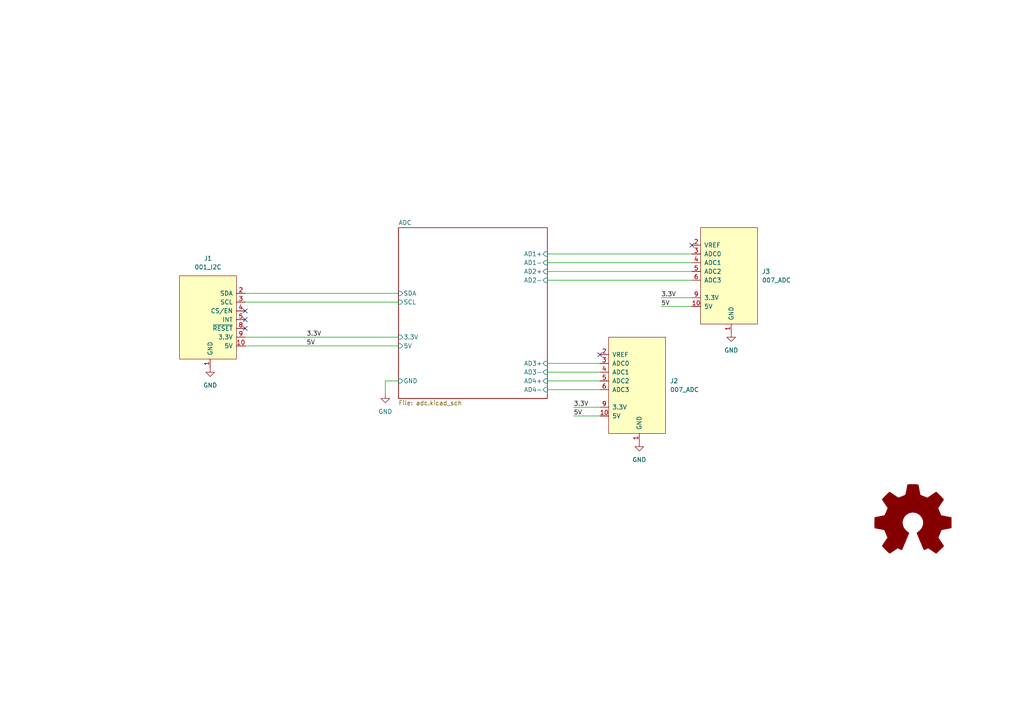
<source format=kicad_sch>
(kicad_sch (version 20211123) (generator eeschema)

  (uuid 29256b3d-9450-4c0a-a4d4-911f04b9c140)

  (paper "A4")

  (lib_symbols
    (symbol "Graphic:Logo_Open_Hardware_Large" (pin_names (offset 1.016)) (in_bom yes) (on_board yes)
      (property "Reference" "#LOGO" (id 0) (at 0 12.7 0)
        (effects (font (size 1.27 1.27)) hide)
      )
      (property "Value" "Logo_Open_Hardware_Large" (id 1) (at 0 -10.16 0)
        (effects (font (size 1.27 1.27)) hide)
      )
      (property "Footprint" "" (id 2) (at 0 0 0)
        (effects (font (size 1.27 1.27)) hide)
      )
      (property "Datasheet" "~" (id 3) (at 0 0 0)
        (effects (font (size 1.27 1.27)) hide)
      )
      (property "ki_keywords" "Logo" (id 4) (at 0 0 0)
        (effects (font (size 1.27 1.27)) hide)
      )
      (property "ki_description" "Open Hardware logo, large" (id 5) (at 0 0 0)
        (effects (font (size 1.27 1.27)) hide)
      )
      (symbol "Logo_Open_Hardware_Large_1_1"
        (polyline
          (pts
            (xy 6.731 -8.7122)
            (xy 6.6294 -8.6614)
            (xy 6.35 -8.4836)
            (xy 5.9944 -8.255)
            (xy 5.5372 -7.9502)
            (xy 5.1054 -7.6454)
            (xy 4.7498 -7.4168)
            (xy 4.4958 -7.239)
            (xy 4.3942 -7.1882)
            (xy 4.318 -7.2136)
            (xy 4.1148 -7.3152)
            (xy 3.81 -7.4676)
            (xy 3.6322 -7.5692)
            (xy 3.3528 -7.6708)
            (xy 3.2258 -7.6962)
            (xy 3.2004 -7.6708)
            (xy 3.0988 -7.4676)
            (xy 2.9464 -7.0866)
            (xy 2.7178 -6.604)
            (xy 2.4892 -6.0452)
            (xy 2.2352 -5.4356)
            (xy 1.9558 -4.826)
            (xy 1.7272 -4.2164)
            (xy 1.4986 -3.683)
            (xy 1.3208 -3.2512)
            (xy 1.2192 -2.9464)
            (xy 1.1684 -2.8194)
            (xy 1.1938 -2.794)
            (xy 1.3208 -2.667)
            (xy 1.5748 -2.4892)
            (xy 2.0828 -2.0574)
            (xy 2.6162 -1.397)
            (xy 2.921 -0.6604)
            (xy 3.048 0.1524)
            (xy 2.9464 0.9144)
            (xy 2.6416 1.6256)
            (xy 2.1336 2.286)
            (xy 1.524 2.7686)
            (xy 0.8128 3.0734)
            (xy 0 3.175)
            (xy -0.762 3.0988)
            (xy -1.4986 2.794)
            (xy -2.159 2.286)
            (xy -2.4384 1.9812)
            (xy -2.8194 1.3208)
            (xy -3.048 0.6096)
            (xy -3.0734 0.4318)
            (xy -3.0226 -0.3556)
            (xy -2.794 -1.0922)
            (xy -2.3876 -1.7526)
            (xy -1.8288 -2.3114)
            (xy -1.7526 -2.3622)
            (xy -1.4732 -2.5654)
            (xy -1.2954 -2.6924)
            (xy -1.1684 -2.8194)
            (xy -2.159 -5.207)
            (xy -2.3114 -5.588)
            (xy -2.5908 -6.2484)
            (xy -2.8194 -6.8072)
            (xy -3.0226 -7.2644)
            (xy -3.1496 -7.5692)
            (xy -3.2258 -7.6708)
            (xy -3.2258 -7.6962)
            (xy -3.302 -7.6962)
            (xy -3.4798 -7.6454)
            (xy -3.8354 -7.4676)
            (xy -4.0386 -7.366)
            (xy -4.2926 -7.239)
            (xy -4.4196 -7.1882)
            (xy -4.5212 -7.239)
            (xy -4.7498 -7.3914)
            (xy -5.1054 -7.6454)
            (xy -5.5372 -7.9248)
            (xy -5.9436 -8.2042)
            (xy -6.3246 -8.4582)
            (xy -6.604 -8.636)
            (xy -6.731 -8.7122)
            (xy -6.7564 -8.7122)
            (xy -6.858 -8.636)
            (xy -7.0866 -8.4582)
            (xy -7.4168 -8.1534)
            (xy -7.874 -7.6962)
            (xy -7.9502 -7.62)
            (xy -8.3312 -7.239)
            (xy -8.636 -6.9088)
            (xy -8.8392 -6.6802)
            (xy -8.9154 -6.5786)
            (xy -8.9154 -6.5786)
            (xy -8.8392 -6.4516)
            (xy -8.6614 -6.1722)
            (xy -8.4328 -5.7912)
            (xy -8.128 -5.3594)
            (xy -7.3152 -4.191)
            (xy -7.7724 -3.0988)
            (xy -7.8994 -2.7686)
            (xy -8.0772 -2.3622)
            (xy -8.2042 -2.0828)
            (xy -8.255 -1.9558)
            (xy -8.382 -1.905)
            (xy -8.6614 -1.8542)
            (xy -9.0932 -1.7526)
            (xy -9.6266 -1.651)
            (xy -10.1092 -1.5748)
            (xy -10.541 -1.4732)
            (xy -10.8712 -1.4224)
            (xy -11.0236 -1.397)
            (xy -11.049 -1.3716)
            (xy -11.0744 -1.2954)
            (xy -11.0998 -1.143)
            (xy -11.0998 -0.889)
            (xy -11.1252 -0.4572)
            (xy -11.1252 0.1524)
            (xy -11.1252 0.2286)
            (xy -11.0998 0.8128)
            (xy -11.0998 1.27)
            (xy -11.0744 1.5494)
            (xy -11.0744 1.6764)
            (xy -11.0744 1.6764)
            (xy -10.922 1.7018)
            (xy -10.6172 1.778)
            (xy -10.16 1.8542)
            (xy -9.652 1.9558)
            (xy -9.6012 1.9812)
            (xy -9.0932 2.0828)
            (xy -8.636 2.159)
            (xy -8.3312 2.2352)
            (xy -8.2042 2.286)
            (xy -8.1788 2.3114)
            (xy -8.0772 2.5146)
            (xy -7.9248 2.8448)
            (xy -7.747 3.2512)
            (xy -7.5692 3.6576)
            (xy -7.4168 4.0386)
            (xy -7.3152 4.318)
            (xy -7.2898 4.445)
            (xy -7.2898 4.445)
            (xy -7.366 4.572)
            (xy -7.5438 4.826)
            (xy -7.7978 5.207)
            (xy -8.128 5.6642)
            (xy -8.128 5.6896)
            (xy -8.4328 6.1468)
            (xy -8.6868 6.5278)
            (xy -8.8392 6.7818)
            (xy -8.9154 6.9088)
            (xy -8.9154 6.9088)
            (xy -8.8138 7.0358)
            (xy -8.5852 7.2898)
            (xy -8.255 7.6454)
            (xy -7.874 8.0264)
            (xy -7.747 8.1534)
            (xy -7.3152 8.5852)
            (xy -7.0104 8.8646)
            (xy -6.8326 8.9916)
            (xy -6.731 9.0424)
            (xy -6.731 9.0424)
            (xy -6.604 8.9408)
            (xy -6.3246 8.763)
            (xy -5.9436 8.509)
            (xy -5.4864 8.2042)
            (xy -5.461 8.1788)
            (xy -5.0038 7.874)
            (xy -4.6482 7.62)
            (xy -4.3688 7.4422)
            (xy -4.2672 7.3914)
            (xy -4.2418 7.3914)
            (xy -4.064 7.4422)
            (xy -3.7338 7.5438)
            (xy -3.3528 7.6962)
            (xy -2.9464 7.874)
            (xy -2.5654 8.0264)
            (xy -2.286 8.1534)
            (xy -2.159 8.2296)
            (xy -2.159 8.2296)
            (xy -2.1082 8.382)
            (xy -2.032 8.7122)
            (xy -1.9304 9.1694)
            (xy -1.8288 9.7282)
            (xy -1.8034 9.8044)
            (xy -1.7018 10.3378)
            (xy -1.6256 10.7696)
            (xy -1.5748 11.0744)
            (xy -1.524 11.2014)
            (xy -1.4478 11.2268)
            (xy -1.1938 11.2522)
            (xy -0.8128 11.2522)
            (xy -0.3302 11.2522)
            (xy 0.1524 11.2522)
            (xy 0.6604 11.2522)
            (xy 1.0668 11.2268)
            (xy 1.3716 11.2014)
            (xy 1.4986 11.176)
            (xy 1.4986 11.176)
            (xy 1.5494 11.0236)
            (xy 1.6256 10.6934)
            (xy 1.7018 10.2108)
            (xy 1.8288 9.6774)
            (xy 1.8288 9.5758)
            (xy 1.9304 9.0424)
            (xy 2.032 8.6106)
            (xy 2.0828 8.3058)
            (xy 2.1336 8.2042)
            (xy 2.159 8.1788)
            (xy 2.3876 8.0772)
            (xy 2.7432 7.9248)
            (xy 3.175 7.747)
            (xy 4.191 7.3406)
            (xy 5.461 8.2042)
            (xy 5.5626 8.2804)
            (xy 6.0198 8.5852)
            (xy 6.3754 8.8392)
            (xy 6.6294 8.9916)
            (xy 6.7564 9.0424)
            (xy 6.7564 9.0424)
            (xy 6.8834 8.9408)
            (xy 7.1374 8.7122)
            (xy 7.4676 8.382)
            (xy 7.8486 7.9756)
            (xy 8.1534 7.6962)
            (xy 8.4836 7.3406)
            (xy 8.7122 7.112)
            (xy 8.8392 6.9596)
            (xy 8.8646 6.858)
            (xy 8.8646 6.8072)
            (xy 8.7884 6.6802)
            (xy 8.6106 6.4008)
            (xy 8.3312 6.0198)
            (xy 8.0264 5.588)
            (xy 7.7978 5.207)
            (xy 7.5184 4.8006)
            (xy 7.3406 4.4958)
            (xy 7.2898 4.3434)
            (xy 7.2898 4.2926)
            (xy 7.3914 4.0386)
            (xy 7.5184 3.683)
            (xy 7.7216 3.2258)
            (xy 8.1534 2.2352)
            (xy 8.7884 2.1082)
            (xy 9.1948 2.0574)
            (xy 9.7536 1.9304)
            (xy 10.2616 1.8288)
            (xy 11.0998 1.6764)
            (xy 11.1252 -1.3208)
            (xy 10.9982 -1.3716)
            (xy 10.8712 -1.397)
            (xy 10.5664 -1.4732)
            (xy 10.1346 -1.5494)
            (xy 9.6266 -1.651)
            (xy 9.1948 -1.7272)
            (xy 8.7376 -1.8288)
            (xy 8.4328 -1.8796)
            (xy 8.2804 -1.905)
            (xy 8.255 -1.9558)
            (xy 8.1534 -2.159)
            (xy 7.9756 -2.5146)
            (xy 7.8232 -2.921)
            (xy 7.6454 -3.3274)
            (xy 7.493 -3.7338)
            (xy 7.366 -4.0132)
            (xy 7.3406 -4.191)
            (xy 7.3914 -4.2926)
            (xy 7.5692 -4.5466)
            (xy 7.7978 -4.9276)
            (xy 8.1026 -5.3594)
            (xy 8.4074 -5.7912)
            (xy 8.6614 -6.1722)
            (xy 8.8138 -6.4262)
            (xy 8.89 -6.5532)
            (xy 8.8646 -6.6548)
            (xy 8.6868 -6.858)
            (xy 8.3566 -7.1882)
            (xy 7.874 -7.6708)
            (xy 7.7978 -7.747)
            (xy 7.3914 -8.128)
            (xy 7.0612 -8.4328)
            (xy 6.8326 -8.636)
            (xy 6.731 -8.7122)
          )
          (stroke (width 0) (type default) (color 0 0 0 0))
          (fill (type outline))
        )
      )
    )
    (symbol "power:GND" (power) (pin_names (offset 0)) (in_bom yes) (on_board yes)
      (property "Reference" "#PWR" (id 0) (at 0 -6.35 0)
        (effects (font (size 1.27 1.27)) hide)
      )
      (property "Value" "GND" (id 1) (at 0 -3.81 0)
        (effects (font (size 1.27 1.27)))
      )
      (property "Footprint" "" (id 2) (at 0 0 0)
        (effects (font (size 1.27 1.27)) hide)
      )
      (property "Datasheet" "" (id 3) (at 0 0 0)
        (effects (font (size 1.27 1.27)) hide)
      )
      (property "ki_keywords" "power-flag" (id 4) (at 0 0 0)
        (effects (font (size 1.27 1.27)) hide)
      )
      (property "ki_description" "Power symbol creates a global label with name \"GND\" , ground" (id 5) (at 0 0 0)
        (effects (font (size 1.27 1.27)) hide)
      )
      (symbol "GND_0_1"
        (polyline
          (pts
            (xy 0 0)
            (xy 0 -1.27)
            (xy 1.27 -1.27)
            (xy 0 -2.54)
            (xy -1.27 -1.27)
            (xy 0 -1.27)
          )
          (stroke (width 0) (type default) (color 0 0 0 0))
          (fill (type none))
        )
      )
      (symbol "GND_1_1"
        (pin power_in line (at 0 0 270) (length 0) hide
          (name "GND" (effects (font (size 1.27 1.27))))
          (number "1" (effects (font (size 1.27 1.27))))
        )
      )
    )
    (symbol "put_on_edge:001_I2C" (pin_names (offset 1.016)) (in_bom yes) (on_board yes)
      (property "Reference" "J" (id 0) (at -2.54 13.97 0)
        (effects (font (size 1.27 1.27)))
      )
      (property "Value" "001_I2C" (id 1) (at 8.89 13.97 0)
        (effects (font (size 1.27 1.27)))
      )
      (property "Footprint" "" (id 2) (at 7.62 16.51 0)
        (effects (font (size 1.27 1.27)) hide)
      )
      (property "Datasheet" "" (id 3) (at 7.62 16.51 0)
        (effects (font (size 1.27 1.27)) hide)
      )
      (symbol "001_I2C_0_1"
        (rectangle (start -8.89 12.7) (end 7.62 -11.43)
          (stroke (width 0) (type default) (color 0 0 0 0))
          (fill (type background))
        )
      )
      (symbol "001_I2C_1_1"
        (pin power_in line (at -1.27 -13.97 90) (length 2.54)
          (name "GND" (effects (font (size 1.27 1.27))))
          (number "1" (effects (font (size 1.27 1.27))))
        )
        (pin power_in line (at -11.43 -7.62 0) (length 2.54)
          (name "5V" (effects (font (size 1.27 1.27))))
          (number "10" (effects (font (size 1.27 1.27))))
        )
        (pin bidirectional line (at -11.43 7.62 0) (length 2.54)
          (name "SDA" (effects (font (size 1.27 1.27))))
          (number "2" (effects (font (size 1.27 1.27))))
        )
        (pin bidirectional line (at -11.43 5.08 0) (length 2.54)
          (name "SCL" (effects (font (size 1.27 1.27))))
          (number "3" (effects (font (size 1.27 1.27))))
        )
        (pin bidirectional line (at -11.43 2.54 0) (length 2.54)
          (name "CS/EN" (effects (font (size 1.27 1.27))))
          (number "4" (effects (font (size 1.27 1.27))))
        )
        (pin bidirectional line (at -11.43 0 0) (length 2.54)
          (name "INT" (effects (font (size 1.27 1.27))))
          (number "5" (effects (font (size 1.27 1.27))))
        )
        (pin bidirectional line (at -11.43 -2.54 0) (length 2.54)
          (name "~{RESET}" (effects (font (size 1.27 1.27))))
          (number "8" (effects (font (size 1.27 1.27))))
        )
        (pin power_in line (at -11.43 -5.08 0) (length 2.54)
          (name "3.3V" (effects (font (size 1.27 1.27))))
          (number "9" (effects (font (size 1.27 1.27))))
        )
      )
    )
    (symbol "put_on_edge:007_ADC" (pin_names (offset 1.016)) (in_bom yes) (on_board yes)
      (property "Reference" "J" (id 0) (at -2.54 13.97 0)
        (effects (font (size 1.27 1.27)))
      )
      (property "Value" "007_ADC" (id 1) (at 8.89 13.97 0)
        (effects (font (size 1.27 1.27)))
      )
      (property "Footprint" "" (id 2) (at 7.62 16.51 0)
        (effects (font (size 1.27 1.27)) hide)
      )
      (property "Datasheet" "" (id 3) (at 7.62 16.51 0)
        (effects (font (size 1.27 1.27)) hide)
      )
      (symbol "007_ADC_0_1"
        (rectangle (start -8.89 12.7) (end 7.62 -15.24)
          (stroke (width 0) (type default) (color 0 0 0 0))
          (fill (type background))
        )
      )
      (symbol "007_ADC_1_1"
        (pin power_in line (at 0 -17.78 90) (length 2.54)
          (name "GND" (effects (font (size 1.27 1.27))))
          (number "1" (effects (font (size 1.27 1.27))))
        )
        (pin bidirectional line (at -11.43 -10.16 0) (length 2.54)
          (name "5V" (effects (font (size 1.27 1.27))))
          (number "10" (effects (font (size 1.27 1.27))))
        )
        (pin bidirectional line (at -11.43 7.62 0) (length 2.54)
          (name "VREF" (effects (font (size 1.27 1.27))))
          (number "2" (effects (font (size 1.27 1.27))))
        )
        (pin power_in line (at -11.43 5.08 0) (length 2.54)
          (name "ADC0" (effects (font (size 1.27 1.27))))
          (number "3" (effects (font (size 1.27 1.27))))
        )
        (pin bidirectional line (at -11.43 2.54 0) (length 2.54)
          (name "ADC1" (effects (font (size 1.27 1.27))))
          (number "4" (effects (font (size 1.27 1.27))))
        )
        (pin bidirectional line (at -11.43 0 0) (length 2.54)
          (name "ADC2" (effects (font (size 1.27 1.27))))
          (number "5" (effects (font (size 1.27 1.27))))
        )
        (pin bidirectional line (at -11.43 -2.54 0) (length 2.54)
          (name "ADC3" (effects (font (size 1.27 1.27))))
          (number "6" (effects (font (size 1.27 1.27))))
        )
        (pin bidirectional line (at -11.43 -7.62 0) (length 2.54)
          (name "3.3V" (effects (font (size 1.27 1.27))))
          (number "9" (effects (font (size 1.27 1.27))))
        )
      )
    )
  )


  (no_connect (at 200.66 71.12) (uuid 094313da-aa8f-4487-b40c-7729849f8a14))
  (no_connect (at 71.12 92.71) (uuid 279bfd46-5d22-4d47-b3be-2961e3d53603))
  (no_connect (at 71.12 90.17) (uuid 55413a77-8b82-42a6-bb75-3c617ba4c376))
  (no_connect (at 71.12 95.25) (uuid 9c3a3334-6ec0-44ff-9c0d-d6a65e04ab7e))
  (no_connect (at 173.99 102.87) (uuid f482b973-30dc-4603-8e51-3dffc486b44c))

  (wire (pts (xy 71.12 87.63) (xy 115.57 87.63))
    (stroke (width 0) (type default) (color 0 0 0 0))
    (uuid 03d5a1ab-0c6b-4c80-a24b-6716d6849030)
  )
  (wire (pts (xy 71.12 85.09) (xy 115.57 85.09))
    (stroke (width 0) (type default) (color 0 0 0 0))
    (uuid 08ebb44e-a2a8-4f47-9501-08bdcc738e2a)
  )
  (wire (pts (xy 158.75 76.2) (xy 200.66 76.2))
    (stroke (width 0) (type default) (color 0 0 0 0))
    (uuid 0a9d2a8b-9da0-4656-832f-71744b12d8b1)
  )
  (wire (pts (xy 111.76 110.49) (xy 115.57 110.49))
    (stroke (width 0) (type default) (color 0 0 0 0))
    (uuid 18b95a17-9363-42df-b018-2efb7cce5c40)
  )
  (wire (pts (xy 111.76 114.3) (xy 111.76 110.49))
    (stroke (width 0) (type default) (color 0 0 0 0))
    (uuid 2442a14a-b572-4c06-81cb-d81f6834a1ac)
  )
  (wire (pts (xy 158.75 78.74) (xy 200.66 78.74))
    (stroke (width 0) (type default) (color 0 0 0 0))
    (uuid 4f0a86ce-8c00-4ebf-b727-db72e69e9f4b)
  )
  (wire (pts (xy 158.75 81.28) (xy 200.66 81.28))
    (stroke (width 0) (type default) (color 0 0 0 0))
    (uuid 5b1b6977-2e73-471a-9413-c1b992baa5bd)
  )
  (wire (pts (xy 71.12 97.79) (xy 115.57 97.79))
    (stroke (width 0) (type default) (color 0 0 0 0))
    (uuid 6b49047d-721a-4c9d-b338-11666ed868dd)
  )
  (wire (pts (xy 191.77 86.36) (xy 200.66 86.36))
    (stroke (width 0) (type default) (color 0 0 0 0))
    (uuid 769ef014-c0df-4fc0-9f9b-74c6ad95c014)
  )
  (wire (pts (xy 158.75 73.66) (xy 200.66 73.66))
    (stroke (width 0) (type default) (color 0 0 0 0))
    (uuid 7ab4bc7a-efb1-4020-b2b2-7143d8fa50e9)
  )
  (wire (pts (xy 191.77 88.9) (xy 200.66 88.9))
    (stroke (width 0) (type default) (color 0 0 0 0))
    (uuid 81d71936-0063-4a1b-b72d-ff0256949488)
  )
  (wire (pts (xy 158.75 113.03) (xy 173.99 113.03))
    (stroke (width 0) (type default) (color 0 0 0 0))
    (uuid 887678da-7462-4c1e-b931-14646af6d10d)
  )
  (wire (pts (xy 166.37 120.65) (xy 173.99 120.65))
    (stroke (width 0) (type default) (color 0 0 0 0))
    (uuid b2fee20b-feef-4dd7-94f2-bf7e47380dba)
  )
  (wire (pts (xy 166.37 118.11) (xy 173.99 118.11))
    (stroke (width 0) (type default) (color 0 0 0 0))
    (uuid d81ab6ea-8c3b-4125-a187-d61e6ebd5747)
  )
  (wire (pts (xy 158.75 110.49) (xy 173.99 110.49))
    (stroke (width 0) (type default) (color 0 0 0 0))
    (uuid ea20fbde-1077-4fb4-bcc3-c388eb8747f8)
  )
  (wire (pts (xy 158.75 107.95) (xy 173.99 107.95))
    (stroke (width 0) (type default) (color 0 0 0 0))
    (uuid fa9823fa-a515-4998-aa0d-8b89b09a39c5)
  )
  (wire (pts (xy 158.75 105.41) (xy 173.99 105.41))
    (stroke (width 0) (type default) (color 0 0 0 0))
    (uuid fb7a0727-1084-4533-a0c6-120a5aa521ce)
  )
  (wire (pts (xy 71.12 100.33) (xy 115.57 100.33))
    (stroke (width 0) (type default) (color 0 0 0 0))
    (uuid ff79dab9-b01e-4ad7-b15c-36b40e0fd1d6)
  )

  (label "3.3V" (at 166.37 118.11 0)
    (effects (font (size 1.27 1.27)) (justify left bottom))
    (uuid 10591f02-6fd1-4a7e-93d7-d27945dd6089)
  )
  (label "3.3V" (at 88.9 97.79 0)
    (effects (font (size 1.27 1.27)) (justify left bottom))
    (uuid 1f553a7e-60df-4c15-98fb-919dbdd22556)
  )
  (label "5V" (at 88.9 100.33 0)
    (effects (font (size 1.27 1.27)) (justify left bottom))
    (uuid 4686cfa3-de45-4481-910e-3775b1611350)
  )
  (label "5V" (at 166.37 120.65 0)
    (effects (font (size 1.27 1.27)) (justify left bottom))
    (uuid 50a42dc6-a155-45b3-9b5d-bf57dddb0050)
  )
  (label "5V" (at 191.77 88.9 0)
    (effects (font (size 1.27 1.27)) (justify left bottom))
    (uuid 947c731f-2ffa-42b5-9e82-f0272392fc94)
  )
  (label "3.3V" (at 191.77 86.36 0)
    (effects (font (size 1.27 1.27)) (justify left bottom))
    (uuid 96c93e19-7daf-412e-a12b-623f9d6e1806)
  )

  (symbol (lib_id "Graphic:Logo_Open_Hardware_Large") (at 264.795 151.765 0) (unit 1)
    (in_bom yes) (on_board yes)
    (uuid 00000000-0000-0000-0000-000060bd71e9)
    (property "Reference" "l1" (id 0) (at 264.795 139.065 0)
      (effects (font (size 1.27 1.27)) hide)
    )
    (property "Value" "Logo_Open_Hardware_Larg" (id 1) (at 264.795 161.925 0)
      (effects (font (size 1.27 1.27)) hide)
    )
    (property "Footprint" "Symbol:OSHW-Logo2_7.3x6mm_SilkScreen" (id 2) (at 264.795 151.765 0)
      (effects (font (size 1.27 1.27)) hide)
    )
    (property "Datasheet" "~" (id 3) (at 264.795 151.765 0)
      (effects (font (size 1.27 1.27)) hide)
    )
  )

  (symbol (lib_id "put_on_edge:001_I2C") (at 59.69 92.71 0) (mirror y) (unit 1)
    (in_bom yes) (on_board yes) (fields_autoplaced)
    (uuid 1a87621e-0575-4cf6-9588-d7658bbe3aa9)
    (property "Reference" "J1" (id 0) (at 60.325 74.93 0))
    (property "Value" "001_I2C" (id 1) (at 60.325 77.47 0))
    (property "Footprint" "on_edge:on_edge_2x05_device" (id 2) (at 52.07 76.2 0)
      (effects (font (size 1.27 1.27)) hide)
    )
    (property "Datasheet" "" (id 3) (at 52.07 76.2 0)
      (effects (font (size 1.27 1.27)) hide)
    )
    (pin "1" (uuid b095322e-8881-4f18-90b5-c43ac6f00ec4))
    (pin "10" (uuid 0acc9c8d-3dea-4b14-a1b3-3f6447a817c2))
    (pin "2" (uuid 30b961af-7267-498e-8e93-0373270f8170))
    (pin "3" (uuid f540fe2d-4c96-40a6-94e0-e120ddfb34d7))
    (pin "4" (uuid f1f55c17-6b49-4e02-9cfd-d215c2a5bf65))
    (pin "5" (uuid 3aa6ece9-030b-4fbe-82e0-f616c1b18c54))
    (pin "8" (uuid 2d03344c-564a-483a-930d-f559c4c7552d))
    (pin "9" (uuid 6a4b1276-f648-4d46-9572-3a1c9f49ff38))
  )

  (symbol (lib_id "power:GND") (at 185.42 128.27 0) (unit 1)
    (in_bom yes) (on_board yes) (fields_autoplaced)
    (uuid 5cb2a7be-0918-44de-bd77-1c4f94e2d741)
    (property "Reference" "#PWR0101" (id 0) (at 185.42 134.62 0)
      (effects (font (size 1.27 1.27)) hide)
    )
    (property "Value" "GND" (id 1) (at 185.42 133.35 0))
    (property "Footprint" "" (id 2) (at 185.42 128.27 0)
      (effects (font (size 1.27 1.27)) hide)
    )
    (property "Datasheet" "" (id 3) (at 185.42 128.27 0)
      (effects (font (size 1.27 1.27)) hide)
    )
    (pin "1" (uuid 0b2bea23-c2ac-4b6f-90a2-0bb2931ceac3))
  )

  (symbol (lib_id "power:GND") (at 212.09 96.52 0) (unit 1)
    (in_bom yes) (on_board yes) (fields_autoplaced)
    (uuid 7ee29151-3481-46cb-bb11-634cca2d0072)
    (property "Reference" "#PWR0104" (id 0) (at 212.09 102.87 0)
      (effects (font (size 1.27 1.27)) hide)
    )
    (property "Value" "GND" (id 1) (at 212.09 101.6 0))
    (property "Footprint" "" (id 2) (at 212.09 96.52 0)
      (effects (font (size 1.27 1.27)) hide)
    )
    (property "Datasheet" "" (id 3) (at 212.09 96.52 0)
      (effects (font (size 1.27 1.27)) hide)
    )
    (pin "1" (uuid 1b237b9f-6604-4b88-b88b-9b02ea5e90a8))
  )

  (symbol (lib_id "power:GND") (at 60.96 106.68 0) (unit 1)
    (in_bom yes) (on_board yes) (fields_autoplaced)
    (uuid 8063cd96-e7bc-4ffa-94da-51794da2d2d7)
    (property "Reference" "#PWR0102" (id 0) (at 60.96 113.03 0)
      (effects (font (size 1.27 1.27)) hide)
    )
    (property "Value" "GND" (id 1) (at 60.96 111.76 0))
    (property "Footprint" "" (id 2) (at 60.96 106.68 0)
      (effects (font (size 1.27 1.27)) hide)
    )
    (property "Datasheet" "" (id 3) (at 60.96 106.68 0)
      (effects (font (size 1.27 1.27)) hide)
    )
    (pin "1" (uuid 4f8e3b65-9849-4ff3-b5b6-86f936c7a354))
  )

  (symbol (lib_id "put_on_edge:007_ADC") (at 212.09 78.74 0) (unit 1)
    (in_bom yes) (on_board yes) (fields_autoplaced)
    (uuid b5e5b167-3d99-4f0e-9f36-2ede60d39a91)
    (property "Reference" "J3" (id 0) (at 220.98 78.7399 0)
      (effects (font (size 1.27 1.27)) (justify left))
    )
    (property "Value" "007_ADC" (id 1) (at 220.98 81.2799 0)
      (effects (font (size 1.27 1.27)) (justify left))
    )
    (property "Footprint" "on_edge:on_edge_2x05_host" (id 2) (at 219.71 62.23 0)
      (effects (font (size 1.27 1.27)) hide)
    )
    (property "Datasheet" "" (id 3) (at 219.71 62.23 0)
      (effects (font (size 1.27 1.27)) hide)
    )
    (pin "1" (uuid b99df353-3559-4117-bd59-cd384a0842d4))
    (pin "10" (uuid e0082aeb-0ea7-4f92-8b47-b8fdbda78e30))
    (pin "2" (uuid 7810dd16-a440-4143-bb6d-a5bb20b933e5))
    (pin "3" (uuid 6560d903-6241-400c-812f-95b1893511fb))
    (pin "4" (uuid 13e0411e-6b3e-4cd8-90e6-84a6731b3e0b))
    (pin "5" (uuid 60b4666f-0652-41a9-9b5e-28d1bc9f537c))
    (pin "6" (uuid 5b058a41-674f-49a7-b19c-9da36859069e))
    (pin "9" (uuid 829a1a2c-6cd2-4dad-8bba-91d48a4a5290))
  )

  (symbol (lib_id "put_on_edge:007_ADC") (at 185.42 110.49 0) (unit 1)
    (in_bom yes) (on_board yes) (fields_autoplaced)
    (uuid c99aa52f-7174-457b-b840-d885f32a5f44)
    (property "Reference" "J2" (id 0) (at 194.31 110.4899 0)
      (effects (font (size 1.27 1.27)) (justify left))
    )
    (property "Value" "007_ADC" (id 1) (at 194.31 113.0299 0)
      (effects (font (size 1.27 1.27)) (justify left))
    )
    (property "Footprint" "on_edge:on_edge_2x05_host" (id 2) (at 193.04 93.98 0)
      (effects (font (size 1.27 1.27)) hide)
    )
    (property "Datasheet" "" (id 3) (at 193.04 93.98 0)
      (effects (font (size 1.27 1.27)) hide)
    )
    (pin "1" (uuid c2a25620-e49b-428d-9a50-0bd043378347))
    (pin "10" (uuid 380ae4a1-bf7c-40ff-90c3-5b8d87e96d22))
    (pin "2" (uuid 9ccb1682-7094-4616-914b-d1a07daa4e03))
    (pin "3" (uuid 4303a7b6-ce14-4921-adc9-424d40843ce9))
    (pin "4" (uuid b6b7a3b0-f790-4c8b-a4bd-b2210c2e0d73))
    (pin "5" (uuid ac6cde73-228f-433c-aa93-2cc944d1793b))
    (pin "6" (uuid 4ef9ee7b-d61d-4c5f-a6ee-27ba412b8cbe))
    (pin "9" (uuid 19eb630f-8603-48d0-b2b3-c0f7a18c39ad))
  )

  (symbol (lib_id "power:GND") (at 111.76 114.3 0) (unit 1)
    (in_bom yes) (on_board yes) (fields_autoplaced)
    (uuid d44b9360-be7e-4110-80c9-24fa0d2bb01a)
    (property "Reference" "#PWR0103" (id 0) (at 111.76 120.65 0)
      (effects (font (size 1.27 1.27)) hide)
    )
    (property "Value" "GND" (id 1) (at 111.76 119.38 0))
    (property "Footprint" "" (id 2) (at 111.76 114.3 0)
      (effects (font (size 1.27 1.27)) hide)
    )
    (property "Datasheet" "" (id 3) (at 111.76 114.3 0)
      (effects (font (size 1.27 1.27)) hide)
    )
    (pin "1" (uuid 1073b404-73b2-4798-9344-6466a10cc593))
  )

  (sheet (at 115.57 66.04) (size 43.18 49.53) (fields_autoplaced)
    (stroke (width 0.1524) (type solid) (color 0 0 0 0))
    (fill (color 0 0 0 0.0000))
    (uuid f5353591-704c-4807-a94a-1731cc459740)
    (property "Sheet name" "ADC" (id 0) (at 115.57 65.3284 0)
      (effects (font (size 1.27 1.27)) (justify left bottom))
    )
    (property "Sheet file" "adc.kicad_sch" (id 1) (at 115.57 116.1546 0)
      (effects (font (size 1.27 1.27)) (justify left top))
    )
    (pin "5V" input (at 115.57 100.33 180)
      (effects (font (size 1.27 1.27)) (justify left))
      (uuid 9cb7eedb-25e9-4160-a752-593d5f2c94d3)
    )
    (pin "3.3V" input (at 115.57 97.79 180)
      (effects (font (size 1.27 1.27)) (justify left))
      (uuid b27c2418-3ecd-4c05-aeb9-8bd667bba9b1)
    )
    (pin "AD1+" input (at 158.75 73.66 0)
      (effects (font (size 1.27 1.27)) (justify right))
      (uuid 5ee18d55-4a17-46fb-83e6-8f5853f46f35)
    )
    (pin "AD1-" input (at 158.75 76.2 0)
      (effects (font (size 1.27 1.27)) (justify right))
      (uuid d102ef10-f735-4cc4-95cf-9e5c966ad30b)
    )
    (pin "AD2+" input (at 158.75 78.74 0)
      (effects (font (size 1.27 1.27)) (justify right))
      (uuid ce9afea3-6ee8-4a68-b386-23cbd0b1f7a0)
    )
    (pin "GND" input (at 115.57 110.49 180)
      (effects (font (size 1.27 1.27)) (justify left))
      (uuid 96f88900-5b2f-436a-84e1-19f7a9076c8c)
    )
    (pin "SCL" input (at 115.57 87.63 180)
      (effects (font (size 1.27 1.27)) (justify left))
      (uuid 331551d1-25f4-4dfd-a7f6-3454812b9954)
    )
    (pin "SDA" input (at 115.57 85.09 180)
      (effects (font (size 1.27 1.27)) (justify left))
      (uuid 422e3324-4779-4df9-8632-3032e9041e64)
    )
    (pin "AD2-" input (at 158.75 81.28 0)
      (effects (font (size 1.27 1.27)) (justify right))
      (uuid 7cf272b2-e81f-4213-a965-afcb1067853b)
    )
    (pin "AD3+" input (at 158.75 105.41 0)
      (effects (font (size 1.27 1.27)) (justify right))
      (uuid cff5765f-bf76-40f6-b6db-9a9974e2c865)
    )
    (pin "AD3-" input (at 158.75 107.95 0)
      (effects (font (size 1.27 1.27)) (justify right))
      (uuid bb3f6bfa-b58b-46e2-930a-8423865be8d5)
    )
    (pin "AD4+" input (at 158.75 110.49 0)
      (effects (font (size 1.27 1.27)) (justify right))
      (uuid c093889e-fbb7-4d8d-b471-f612bfe5c20d)
    )
    (pin "AD4-" input (at 158.75 113.03 0)
      (effects (font (size 1.27 1.27)) (justify right))
      (uuid ce20e9eb-e9fd-48f7-80ef-934743ee05be)
    )
  )

  (sheet_instances
    (path "/" (page "1"))
    (path "/f5353591-704c-4807-a94a-1731cc459740" (page "2"))
  )

  (symbol_instances
    (path "/5cb2a7be-0918-44de-bd77-1c4f94e2d741"
      (reference "#PWR0101") (unit 1) (value "GND") (footprint "")
    )
    (path "/8063cd96-e7bc-4ffa-94da-51794da2d2d7"
      (reference "#PWR0102") (unit 1) (value "GND") (footprint "")
    )
    (path "/d44b9360-be7e-4110-80c9-24fa0d2bb01a"
      (reference "#PWR0103") (unit 1) (value "GND") (footprint "")
    )
    (path "/7ee29151-3481-46cb-bb11-634cca2d0072"
      (reference "#PWR0104") (unit 1) (value "GND") (footprint "")
    )
    (path "/f5353591-704c-4807-a94a-1731cc459740/ea200e7e-f40d-4f87-8e32-3fc38d11f0ac"
      (reference "C1") (unit 1) (value "100nF") (footprint "Capacitor_SMD:C_0603_1608Metric")
    )
    (path "/1a87621e-0575-4cf6-9588-d7658bbe3aa9"
      (reference "J1") (unit 1) (value "001_I2C") (footprint "on_edge:on_edge_2x05_device")
    )
    (path "/c99aa52f-7174-457b-b840-d885f32a5f44"
      (reference "J2") (unit 1) (value "007_ADC") (footprint "on_edge:on_edge_2x05_host")
    )
    (path "/b5e5b167-3d99-4f0e-9f36-2ede60d39a91"
      (reference "J3") (unit 1) (value "007_ADC") (footprint "on_edge:on_edge_2x05_host")
    )
    (path "/f5353591-704c-4807-a94a-1731cc459740/6df6e64b-e006-454c-86f9-486a27cb0344"
      (reference "R1") (unit 1) (value "0R") (footprint "Resistor_SMD:R_0603_1608Metric")
    )
    (path "/f5353591-704c-4807-a94a-1731cc459740/701737c1-642f-4847-9761-1041d65bcc20"
      (reference "R2") (unit 1) (value "d.n.p") (footprint "Resistor_SMD:R_0603_1608Metric")
    )
    (path "/f5353591-704c-4807-a94a-1731cc459740/c095f720-db9a-42b2-80a1-6f22257661f3"
      (reference "U1") (unit 1) (value "MCP3428") (footprint "Package_SO:SOIC-14_3.9x8.7mm_P1.27mm")
    )
    (path "/00000000-0000-0000-0000-000060bd71e9"
      (reference "l1") (unit 1) (value "Logo_Open_Hardware_Larg") (footprint "Symbol:OSHW-Logo2_7.3x6mm_SilkScreen")
    )
  )
)

</source>
